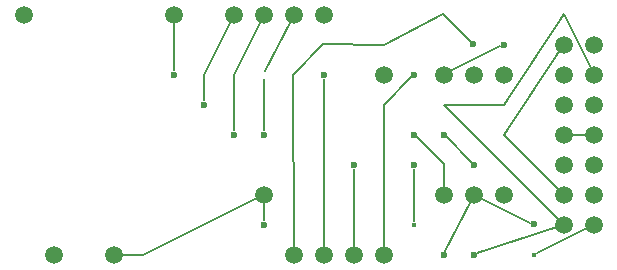
<source format=gbl>
G04 MADE WITH FRITZING*
G04 WWW.FRITZING.ORG*
G04 DOUBLE SIDED*
G04 HOLES PLATED*
G04 CONTOUR ON CENTER OF CONTOUR VECTOR*
%ASAXBY*%
%FSLAX23Y23*%
%MOIN*%
%OFA0B0*%
%SFA1.0B1.0*%
%ADD10C,0.059055*%
%ADD11C,0.023622*%
%ADD12C,0.016535*%
%ADD13C,0.008000*%
%LNCOPPER0*%
G90*
G70*
G54D10*
X336Y34D03*
X136Y34D03*
X1036Y34D03*
X1136Y34D03*
X1236Y34D03*
X36Y834D03*
X1436Y234D03*
X1536Y234D03*
X1436Y634D03*
X1536Y634D03*
X1636Y634D03*
X1236Y634D03*
X1836Y634D03*
X1836Y734D03*
X1836Y134D03*
X1936Y134D03*
X1936Y734D03*
X1836Y534D03*
X1836Y434D03*
X1836Y334D03*
X1836Y234D03*
X1936Y634D03*
X1936Y534D03*
X1936Y434D03*
X1936Y334D03*
X1936Y234D03*
X1036Y834D03*
X736Y834D03*
X536Y834D03*
X836Y834D03*
X936Y834D03*
X936Y34D03*
G54D11*
X1336Y634D03*
X1436Y34D03*
X1536Y334D03*
G54D10*
X1636Y234D03*
G54D11*
X1136Y334D03*
X1736Y135D03*
X736Y434D03*
X636Y534D03*
X1336Y434D03*
X536Y634D03*
X1636Y734D03*
X1535Y735D03*
G54D12*
X1336Y134D03*
G54D11*
X1337Y334D03*
X836Y434D03*
G54D10*
X836Y234D03*
G54D11*
X1536Y34D03*
G54D12*
X1736Y34D03*
G54D11*
X1436Y434D03*
X1036Y634D03*
X836Y134D03*
G54D13*
X1526Y213D02*
X1442Y46D01*
D02*
X1820Y151D02*
X1436Y534D01*
D02*
X1637Y534D02*
X1836Y835D01*
D02*
X1836Y835D02*
X1926Y655D01*
D02*
X1436Y534D02*
X1637Y534D01*
D02*
X1937Y735D02*
X1958Y741D01*
D02*
X1637Y434D02*
X1820Y251D01*
D02*
X1823Y715D02*
X1637Y434D01*
D02*
X1236Y534D02*
X1327Y625D01*
D02*
X1236Y58D02*
X1236Y534D01*
D02*
X1859Y434D02*
X1913Y434D01*
D02*
X1446Y425D02*
X1527Y344D01*
D02*
X1036Y58D02*
X1036Y621D01*
D02*
X1136Y58D02*
X1136Y321D01*
D02*
X1724Y141D02*
X1557Y224D01*
D02*
X736Y448D02*
X737Y633D01*
D02*
X737Y633D02*
X826Y813D01*
D02*
X726Y813D02*
X637Y633D01*
D02*
X637Y633D02*
X636Y548D01*
D02*
X1436Y335D02*
X1436Y258D01*
D02*
X1346Y425D02*
X1436Y335D01*
D02*
X1236Y733D02*
X1034Y735D01*
D02*
X1435Y836D02*
X1236Y733D01*
D02*
X1526Y744D02*
X1435Y836D01*
D02*
X1034Y735D02*
X935Y633D01*
D02*
X935Y633D02*
X936Y58D01*
D02*
X536Y811D02*
X536Y648D01*
D02*
X1457Y645D02*
X1624Y728D01*
D02*
X1337Y320D02*
X1336Y146D01*
D02*
X926Y813D02*
X842Y646D01*
D02*
X836Y621D02*
X836Y448D01*
D02*
X1814Y127D02*
X1549Y39D01*
D02*
X1746Y39D02*
X1915Y124D01*
D02*
X435Y34D02*
X815Y224D01*
D02*
X359Y34D02*
X435Y34D01*
D02*
X836Y211D02*
X836Y148D01*
G04 End of Copper0*
M02*
</source>
